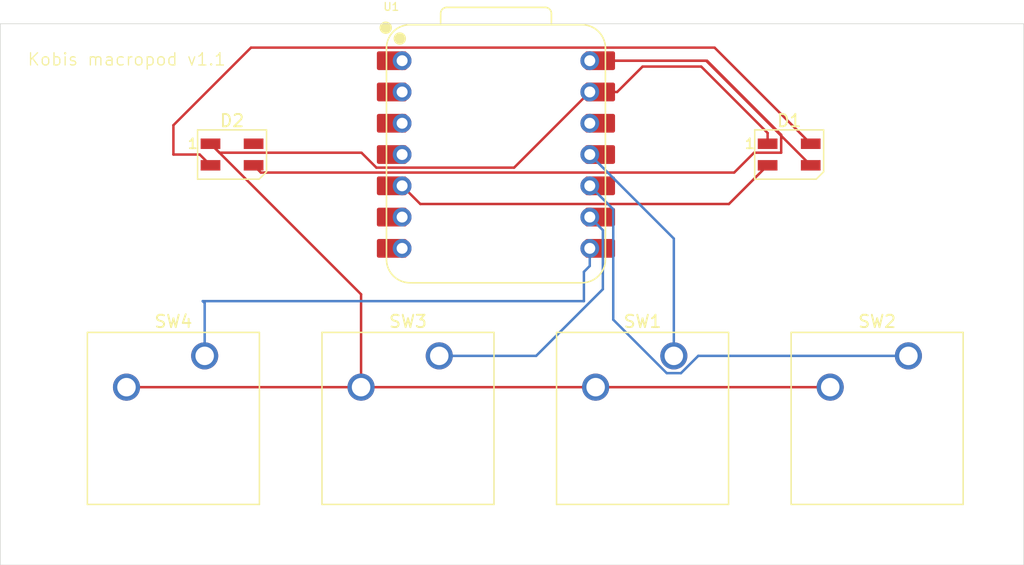
<source format=kicad_pcb>
(kicad_pcb (version 20241229) (generator "pcbnew") (generator_version "9.0")
  (layers (0 "F.Cu" signal) (2 "B.Cu" signal) (13 "F.Paste" user) (15 "B.Paste" user) (5 "F.SilkS" user "F.Silkscreen") (7 "B.SilkS" user "B.Silkscreen") (1 "F.Mask" user) (3 "B.Mask" user) (25 "Edge.Cuts" user))
  (net 0 "")
  (net 1 "GND")
  (net 2 "Net-(D1-DOUT)")
  (net 3 "Net-(D1-DIN)")
  (net 4 "+5V")
  (net 6 "Net-(U1-GPIO3{slash}MOSI)")
  (net 7 "Net-(U1-GPIO4{slash}MISO)")
  (net 8 "Net-(U1-GPIO2{slash}SCK)")
  (net 9 "Net-(U1-GPIO1{slash}RX)")
  (footprint "Button_Switch_Keyboard:SW_Cherry_MX_1.00u_PCB" (layer "F.Cu") (at 93.0275 75.8825)
    (property "Reference" "SW3" (at -2.54 -2.794 0) (layer "F.SilkS"))
    (property "Value" "SW_Push")
    (fp_line (start -9.525 -1.905) (end 4.445 -1.905) (stroke (width 0.12)) (layer "F.SilkS"))
    (fp_line (start -9.525 12.065) (end -9.525 -1.905) (stroke (width 0.12)) (layer "F.SilkS"))
    (fp_line (start 4.445 -1.905) (end 4.445 12.065) (stroke (width 0.12)) (layer "F.SilkS"))
    (fp_line (start 4.445 12.065) (end -9.525 12.065) (stroke (width 0.12)) (layer "F.SilkS"))
    (pad "" np_thru_hole circle (at -7.62 5.08) (size 1.7 1.7) (drill 1.7) (layers "*.Cu" "*.Mask"))
    (pad "" np_thru_hole circle (at -2.54 5.08) (size 4 4) (drill 4) (layers "*.Cu" "*.Mask"))
    (pad "" np_thru_hole circle (at 2.54 5.08) (size 1.7 1.7) (drill 1.7) (layers "*.Cu" "*.Mask"))
    (pad "1" thru_hole circle (at 0 0) (size 2.2 2.2) (drill 1.5) (layers "*.Cu" "*.Mask") (net 8 "Net-(U1-GPIO2{slash}SCK)"))
    (pad "2" thru_hole circle (at -6.35 2.54) (size 2.2 2.2) (drill 1.5) (layers "*.Cu" "*.Mask") (net 1 "GND"))
  )
  (footprint "LED_SMD:LED_SK6812MINI_PLCC4_3.5x3.5mm_P1.75mm" (layer "F.Cu") (at 76.2 59.53125)
    (property "Reference" "D2" (at 0 -2.75 0) (layer "F.SilkS"))
    (property "Value" "SK6812")
    (fp_line (start -2.8 -2) (end -2.8 2) (stroke (width 0.12)) (layer "F.SilkS"))
    (fp_line (start -2.8 -2) (end 2.8 -2) (stroke (width 0.12)) (layer "F.SilkS"))
    (fp_line (start -2.8 2) (end 2.2 2) (stroke (width 0.12)) (layer "F.SilkS"))
    (fp_line (start 2.8 1.4) (end 2.2 2) (stroke (width 0.12)) (layer "F.SilkS"))
    (fp_line (start 2.8 1.4) (end 2.8 -2) (stroke (width 0.12)) (layer "F.SilkS"))
    (fp_text user "1" (at -3.2 -0.875 0) (layer "F.SilkS") (effects (font (size 0.8 0.8))))
    (pad "1" smd rect (at -1.75 -0.875) (size 1.6 0.85) (layers "F.Cu" "F.Mask" "F.Paste") (net 1 "GND"))
    (pad "2" smd rect (at -1.75 0.875) (size 1.6 0.85) (layers "F.Cu" "F.Mask" "F.Paste") (net 2 "Net-(D1-DOUT)"))
    (pad "3" smd rect (at 1.75 0.875) (size 1.6 0.85) (layers "F.Cu" "F.Mask" "F.Paste") (net 4 "+5V"))
    (pad "4" smd rect (at 1.75 -0.875) (size 1.6 0.85) (layers "F.Cu" "F.Mask" "F.Paste"))
  )
  (footprint "Button_Switch_Keyboard:SW_Cherry_MX_1.00u_PCB" (layer "F.Cu") (at 112.0775 75.8825)
    (property "Reference" "SW1" (at -2.54 -2.794 0) (layer "F.SilkS"))
    (property "Value" "SW_Push")
    (fp_line (start -9.525 -1.905) (end 4.445 -1.905) (stroke (width 0.12)) (layer "F.SilkS"))
    (fp_line (start -9.525 12.065) (end -9.525 -1.905) (stroke (width 0.12)) (layer "F.SilkS"))
    (fp_line (start 4.445 -1.905) (end 4.445 12.065) (stroke (width 0.12)) (layer "F.SilkS"))
    (fp_line (start 4.445 12.065) (end -9.525 12.065) (stroke (width 0.12)) (layer "F.SilkS"))
    (pad "" np_thru_hole circle (at -7.62 5.08) (size 1.7 1.7) (drill 1.7) (layers "*.Cu" "*.Mask"))
    (pad "" np_thru_hole circle (at -2.54 5.08) (size 4 4) (drill 4) (layers "*.Cu" "*.Mask"))
    (pad "" np_thru_hole circle (at 2.54 5.08) (size 1.7 1.7) (drill 1.7) (layers "*.Cu" "*.Mask"))
    (pad "1" thru_hole circle (at 0 0) (size 2.2 2.2) (drill 1.5) (layers "*.Cu" "*.Mask") (net 6 "Net-(U1-GPIO3{slash}MOSI)"))
    (pad "2" thru_hole circle (at -6.35 2.54) (size 2.2 2.2) (drill 1.5) (layers "*.Cu" "*.Mask") (net 1 "GND"))
  )
  (footprint "Button_Switch_Keyboard:SW_Cherry_MX_1.00u_PCB" (layer "F.Cu") (at 73.9775 75.8825)
    (property "Reference" "SW4" (at -2.54 -2.794 0) (layer "F.SilkS"))
    (property "Value" "SW_Push")
    (fp_line (start -9.525 -1.905) (end 4.445 -1.905) (stroke (width 0.12)) (layer "F.SilkS"))
    (fp_line (start -9.525 12.065) (end -9.525 -1.905) (stroke (width 0.12)) (layer "F.SilkS"))
    (fp_line (start 4.445 -1.905) (end 4.445 12.065) (stroke (width 0.12)) (layer "F.SilkS"))
    (fp_line (start 4.445 12.065) (end -9.525 12.065) (stroke (width 0.12)) (layer "F.SilkS"))
    (pad "" np_thru_hole circle (at -7.62 5.08) (size 1.7 1.7) (drill 1.7) (layers "*.Cu" "*.Mask"))
    (pad "" np_thru_hole circle (at -2.54 5.08) (size 4 4) (drill 4) (layers "*.Cu" "*.Mask"))
    (pad "" np_thru_hole circle (at 2.54 5.08) (size 1.7 1.7) (drill 1.7) (layers "*.Cu" "*.Mask"))
    (pad "1" thru_hole circle (at 0 0) (size 2.2 2.2) (drill 1.5) (layers "*.Cu" "*.Mask") (net 9 "Net-(U1-GPIO1{slash}RX)"))
    (pad "2" thru_hole circle (at -6.35 2.54) (size 2.2 2.2) (drill 1.5) (layers "*.Cu" "*.Mask") (net 1 "GND"))
  )
  (footprint "Button_Switch_Keyboard:SW_Cherry_MX_1.00u_PCB" (layer "F.Cu") (at 131.1275 75.8825)
    (property "Reference" "SW2" (at -2.54 -2.794 0) (layer "F.SilkS"))
    (property "Value" "SW_Push")
    (fp_line (start -9.525 -1.905) (end 4.445 -1.905) (stroke (width 0.12)) (layer "F.SilkS"))
    (fp_line (start -9.525 12.065) (end -9.525 -1.905) (stroke (width 0.12)) (layer "F.SilkS"))
    (fp_line (start 4.445 -1.905) (end 4.445 12.065) (stroke (width 0.12)) (layer "F.SilkS"))
    (fp_line (start 4.445 12.065) (end -9.525 12.065) (stroke (width 0.12)) (layer "F.SilkS"))
    (pad "" np_thru_hole circle (at -7.62 5.08) (size 1.7 1.7) (drill 1.7) (layers "*.Cu" "*.Mask"))
    (pad "" np_thru_hole circle (at -2.54 5.08) (size 4 4) (drill 4) (layers "*.Cu" "*.Mask"))
    (pad "" np_thru_hole circle (at 2.54 5.08) (size 1.7 1.7) (drill 1.7) (layers "*.Cu" "*.Mask"))
    (pad "1" thru_hole circle (at 0 0) (size 2.2 2.2) (drill 1.5) (layers "*.Cu" "*.Mask") (net 7 "Net-(U1-GPIO4{slash}MISO)"))
    (pad "2" thru_hole circle (at -6.35 2.54) (size 2.2 2.2) (drill 1.5) (layers "*.Cu" "*.Mask") (net 1 "GND"))
  )
  (footprint "macropad:XIAO-RP2040-DIP" (layer "F.Cu") (at 97.63125 59.53125)
    (property "Reference" "U1" (at -8.5 -12 0) (layer "F.SilkS") (effects (font (size 0.635 0.635) (thickness 0.1016))))
    (property "Value" "XIAO-RP2040-DIP")
    (fp_line (start -8.89 8.509) (end -8.89 -8.636) (stroke (width 0.127)) (layer "F.SilkS"))
    (fp_line (start -6.985 10.414) (end 6.985 10.414) (stroke (width 0.127)) (layer "F.SilkS"))
    (fp_line (start -4.495 -10.541) (end -4.491272 -11.451272) (stroke (width 0.127)) (layer "F.SilkS"))
    (fp_line (start -3.991272 -11.951) (end 4.004 -11.951) (stroke (width 0.127)) (layer "F.SilkS"))
    (fp_line (start 4.504 -11.451) (end 4.504 -10.541) (stroke (width 0.127)) (layer "F.SilkS"))
    (fp_line (start 6.985 -10.541) (end -6.985 -10.541) (stroke (width 0.1)) (layer "F.SilkS"))
    (fp_line (start 6.985 -10.541) (end -6.985 -10.541) (stroke (width 0.127)) (layer "F.SilkS"))
    (fp_line (start 8.89 8.509) (end 8.89 -8.636) (stroke (width 0.127)) (layer "F.SilkS"))
    (fp_arc (start -8.89 -8.636) (mid -8.332038 -9.983038) (end -6.985 -10.541) (stroke (width 0.127)) (layer "F.SilkS"))
    (fp_arc (start -6.985 10.414) (mid -8.332038 9.856038) (end -8.89 8.509) (stroke (width 0.127)) (layer "F.SilkS"))
    (fp_arc (start -4.491272 -11.451272) (mid -4.344728 -11.80464) (end -3.991272 -11.951) (stroke (width 0.127)) (layer "F.SilkS"))
    (fp_arc (start 4.004 -11.951) (mid 4.357553 -11.804553) (end 4.504 -11.451) (stroke (width 0.127)) (layer "F.SilkS"))
    (fp_arc (start 6.985 -10.541) (mid 8.332038 -9.983038) (end 8.89 -8.636) (stroke (width 0.127)) (layer "F.SilkS"))
    (fp_arc (start 8.89 8.509) (mid 8.332038 9.856038) (end 6.985 10.414) (stroke (width 0.127)) (layer "F.SilkS"))
    (fp_circle (center -8.95 -10.3) (end -8.95 -10.554) (stroke (width 0.5)) (fill yes) (layer "F.SilkS"))
    (fp_circle (center -7.807 -9.42) (end -7.807 -9.674) (stroke (width 0.5)) (fill yes) (layer "F.SilkS"))
    (pad "1" smd roundrect (at -8.455 -7.62 180) (size 2.432 1.524) (layers "F.Cu" "F.Mask") (roundrect_rratio 0.1))
    (pad "1" thru_hole circle (at -7.62 -7.62 180) (size 1.524 1.524) (drill 0.889) (layers "*.Cu" "*.Mask"))
    (pad "2" smd roundrect (at -8.455 -5.08 180) (size 2.432 1.524) (layers "F.Cu" "F.Mask") (roundrect_rratio 0.1))
    (pad "2" thru_hole circle (at -7.62 -5.08 180) (size 1.524 1.524) (drill 0.889) (layers "*.Cu" "*.Mask"))
    (pad "3" smd roundrect (at -8.455 -2.54 180) (size 2.432 1.524) (layers "F.Cu" "F.Mask") (roundrect_rratio 0.1))
    (pad "3" thru_hole circle (at -7.62 -2.54 180) (size 1.524 1.524) (drill 0.889) (layers "*.Cu" "*.Mask"))
    (pad "4" smd roundrect (at -8.455 0 180) (size 2.432 1.524) (layers "F.Cu" "F.Mask") (roundrect_rratio 0.1))
    (pad "4" thru_hole circle (at -7.62 0 180) (size 1.524 1.524) (drill 0.889) (layers "*.Cu" "*.Mask"))
    (pad "5" smd roundrect (at -8.455 2.54 180) (size 2.432 1.524) (layers "F.Cu" "F.Mask") (roundrect_rratio 0.1) (net 3 "Net-(D1-DIN)"))
    (pad "5" thru_hole circle (at -7.62 2.54 180) (size 1.524 1.524) (drill 0.889) (layers "*.Cu" "*.Mask") (net 3 "Net-(D1-DIN)"))
    (pad "6" smd roundrect (at -8.455 5.08 180) (size 2.432 1.524) (layers "F.Cu" "F.Mask") (roundrect_rratio 0.1))
    (pad "6" thru_hole circle (at -7.62 5.08 180) (size 1.524 1.524) (drill 0.889) (layers "*.Cu" "*.Mask"))
    (pad "7" smd roundrect (at -8.455 7.62 180) (size 2.432 1.524) (layers "F.Cu" "F.Mask") (roundrect_rratio 0.1))
    (pad "7" thru_hole circle (at -7.62 7.62 180) (size 1.524 1.524) (drill 0.889) (layers "*.Cu" "*.Mask"))
    (pad "8" thru_hole circle (at 7.62 7.62) (size 1.524 1.524) (drill 0.889) (layers "*.Cu" "*.Mask") (net 9 "Net-(U1-GPIO1{slash}RX)"))
    (pad "8" smd roundrect (at 8.455 7.62) (size 2.432 1.524) (layers "F.Cu" "F.Mask") (roundrect_rratio 0.1) (net 9 "Net-(U1-GPIO1{slash}RX)"))
    (pad "9" thru_hole circle (at 7.62 5.08) (size 1.524 1.524) (drill 0.889) (layers "*.Cu" "*.Mask") (net 8 "Net-(U1-GPIO2{slash}SCK)"))
    (pad "9" smd roundrect (at 8.455 5.08) (size 2.432 1.524) (layers "F.Cu" "F.Mask") (roundrect_rratio 0.1) (net 8 "Net-(U1-GPIO2{slash}SCK)"))
    (pad "10" thru_hole circle (at 7.62 2.54) (size 1.524 1.524) (drill 0.889) (layers "*.Cu" "*.Mask") (net 7 "Net-(U1-GPIO4{slash}MISO)"))
    (pad "10" smd roundrect (at 8.455 2.54) (size 2.432 1.524) (layers "F.Cu" "F.Mask") (roundrect_rratio 0.1) (net 7 "Net-(U1-GPIO4{slash}MISO)"))
    (pad "11" thru_hole circle (at 7.62 0) (size 1.524 1.524) (drill 0.889) (layers "*.Cu" "*.Mask") (net 6 "Net-(U1-GPIO3{slash}MOSI)"))
    (pad "11" smd roundrect (at 8.455 0) (size 2.432 1.524) (layers "F.Cu" "F.Mask") (roundrect_rratio 0.1) (net 6 "Net-(U1-GPIO3{slash}MOSI)"))
    (pad "12" thru_hole circle (at 7.62 -2.54) (size 1.524 1.524) (drill 0.889) (layers "*.Cu" "*.Mask"))
    (pad "12" smd roundrect (at 8.455 -2.54) (size 2.432 1.524) (layers "F.Cu" "F.Mask") (roundrect_rratio 0.1))
    (pad "13" thru_hole circle (at 7.62 -5.08) (size 1.524 1.524) (drill 0.889) (layers "*.Cu" "*.Mask") (net 1 "GND"))
    (pad "13" smd roundrect (at 8.455 -5.08) (size 2.432 1.524) (layers "F.Cu" "F.Mask") (roundrect_rratio 0.1) (net 1 "GND"))
    (pad "14" thru_hole circle (at 7.62 -7.62) (size 1.524 1.524) (drill 0.889) (layers "*.Cu" "*.Mask") (net 4 "+5V"))
    (pad "14" smd roundrect (at 8.455 -7.62) (size 2.432 1.524) (layers "F.Cu" "F.Mask") (roundrect_rratio 0.1) (net 4 "+5V"))
  )
  (footprint "LED_SMD:LED_SK6812MINI_PLCC4_3.5x3.5mm_P1.75mm" (layer "F.Cu") (at 121.44375 59.53125)
    (property "Reference" "D1" (at 0 -2.75 0) (layer "F.SilkS"))
    (property "Value" "SK6812")
    (fp_line (start -2.8 -2) (end -2.8 2) (stroke (width 0.12)) (layer "F.SilkS"))
    (fp_line (start -2.8 -2) (end 2.8 -2) (stroke (width 0.12)) (layer "F.SilkS"))
    (fp_line (start -2.8 2) (end 2.2 2) (stroke (width 0.12)) (layer "F.SilkS"))
    (fp_line (start 2.8 1.4) (end 2.2 2) (stroke (width 0.12)) (layer "F.SilkS"))
    (fp_line (start 2.8 1.4) (end 2.8 -2) (stroke (width 0.12)) (layer "F.SilkS"))
    (fp_text user "1" (at -3.2 -0.875 0) (layer "F.SilkS") (effects (font (size 0.8 0.8))))
    (pad "1" smd rect (at -1.75 -0.875) (size 1.6 0.85) (layers "F.Cu" "F.Mask" "F.Paste") (net 1 "GND"))
    (pad "2" smd rect (at -1.75 0.875) (size 1.6 0.85) (layers "F.Cu" "F.Mask" "F.Paste") (net 3 "Net-(D1-DIN)"))
    (pad "3" smd rect (at 1.75 0.875) (size 1.6 0.85) (layers "F.Cu" "F.Mask" "F.Paste") (net 4 "+5V"))
    (pad "4" smd rect (at 1.75 -0.875) (size 1.6 0.85) (layers "F.Cu" "F.Mask" "F.Paste") (net 2 "Net-(D1-DOUT)"))
  )
  (gr_rect (start 57.38 48.91) (end 140.49375 92.86875) (stroke (width 0.05)) (fill no) (layer "Edge.Cuts"))
  (gr_text "Kobis macropod v1.1" (at 59.53125 52.3875 0) (layer "F.SilkS") (effects (font (size 1 1) (thickness 0.1)) (justify left bottom)))
  (segment (start 75.176 59.38225) (end 86.708624 59.38225) (width 0.2) (layer "F.Cu") (net 1))
  (segment (start 86.6775 78.4225) (end 86.6775 70.88375) (width 0.2) (layer "F.Cu") (net 1))
  (segment (start 74.45 58.65625) (end 75.176 59.38225) (width 0.2) (layer "F.Cu") (net 1))
  (segment (start 86.6775 78.4225) (end 105.7275 78.4225) (width 0.2) (layer "F.Cu") (net 1))
  (segment (start 119.69375 57.78125) (end 114.3 52.3875) (width 0.2) (layer "F.Cu") (net 1))
  (segment (start 99.10825 60.59425) (end 105.25125 54.45125) (width 0.2) (layer "F.Cu") (net 1))
  (segment (start 105.7275 78.4225) (end 124.7775 78.4225) (width 0.2) (layer "F.Cu") (net 1))
  (segment (start 107.47375 54.45125) (end 106.08625 54.45125) (width 0.2) (layer "F.Cu") (net 1))
  (segment (start 86.708624 59.38225) (end 87.920624 60.59425) (width 0.2) (layer "F.Cu") (net 1))
  (segment (start 119.69375 58.65625) (end 119.69375 57.78125) (width 0.2) (layer "F.Cu") (net 1))
  (segment (start 109.5375 52.3875) (end 107.47375 54.45125) (width 0.2) (layer "F.Cu") (net 1))
  (segment (start 67.6275 78.4225) (end 86.6775 78.4225) (width 0.2) (layer "F.Cu") (net 1))
  (segment (start 86.6775 70.88375) (end 74.45 58.65625) (width 0.2) (layer "F.Cu") (net 1))
  (segment (start 87.920624 60.59425) (end 99.10825 60.59425) (width 0.2) (layer "F.Cu") (net 1))
  (segment (start 114.3 52.3875) (end 109.5375 52.3875) (width 0.2) (layer "F.Cu") (net 1))
  (segment (start 77.73925 50.84825) (end 71.4375 57.15) (width 0.2) (layer "F.Cu") (net 2))
  (segment (start 71.4375 59.53125) (end 73.575 59.53125) (width 0.2) (layer "F.Cu") (net 2))
  (segment (start 123.19375 58.65625) (end 115.38575 50.84825) (width 0.2) (layer "F.Cu") (net 2))
  (segment (start 71.4375 57.15) (end 71.4375 59.53125) (width 0.2) (layer "F.Cu") (net 2))
  (segment (start 115.38575 50.84825) (end 77.73925 50.84825) (width 0.2) (layer "F.Cu") (net 2))
  (segment (start 73.575 59.53125) (end 74.45 60.40625) (width 0.2) (layer "F.Cu") (net 2))
  (segment (start 119.69375 60.40625) (end 116.55175 63.54825) (width 0.2) (layer "F.Cu") (net 3))
  (segment (start 116.55175 63.54825) (end 91.48825 63.54825) (width 0.2) (layer "F.Cu") (net 3))
  (segment (start 91.48825 63.54825) (end 90.01125 62.07125) (width 0.2) (layer "F.Cu") (net 3))
  (segment (start 78.539 60.99525) (end 116.97975 60.99525) (width 0.2) (layer "F.Cu") (net 4))
  (segment (start 123.19375 60.40625) (end 114.69875 51.91125) (width 0.2) (layer "F.Cu") (net 4))
  (segment (start 114.77575 51.91125) (end 105.25125 51.91125) (width 0.2) (layer "F.Cu") (net 4))
  (segment (start 77.95 60.40625) (end 78.539 60.99525) (width 0.2) (layer "F.Cu") (net 4))
  (segment (start 118.59275 59.38225) (end 120.79475 59.38225) (width 0.2) (layer "F.Cu") (net 4))
  (segment (start 116.97975 60.99525) (end 118.59275 59.38225) (width 0.2) (layer "F.Cu") (net 4))
  (segment (start 120.79475 59.38225) (end 120.79475 57.93025) (width 0.2) (layer "F.Cu") (net 4))
  (segment (start 114.69875 51.91125) (end 106.08625 51.91125) (width 0.2) (layer "F.Cu") (net 4))
  (segment (start 120.79475 57.93025) (end 114.77575 51.91125) (width 0.2) (layer "F.Cu") (net 4))
  (segment (start 112.0775 75.8825) (end 112.0775 66.3575) (width 0.2) (layer "B.Cu") (net 6))
  (segment (start 112.0775 66.3575) (end 105.25125 59.53125) (width 0.2) (layer "B.Cu") (net 6))
  (segment (start 111.497186 77.2835) (end 107.15625 72.942564) (width 0.2) (layer "B.Cu") (net 7))
  (segment (start 107.15625 72.942564) (end 107.15625 63.97625) (width 0.2) (layer "B.Cu") (net 7))
  (segment (start 131.1275 75.8825) (end 114.058814 75.8825) (width 0.2) (layer "B.Cu") (net 7))
  (segment (start 114.058814 75.8825) (end 112.657814 77.2835) (width 0.2) (layer "B.Cu") (net 7))
  (segment (start 112.657814 77.2835) (end 111.497186 77.2835) (width 0.2) (layer "B.Cu") (net 7))
  (segment (start 107.15625 63.97625) (end 105.25125 62.07125) (width 0.2) (layer "B.Cu") (net 7))
  (segment (start 106.31425 65.67425) (end 105.25125 64.61125) (width 0.2) (layer "B.Cu") (net 8))
  (segment (start 100.8971 75.8825) (end 106.31425 70.46535) (width 0.2) (layer "B.Cu") (net 8))
  (segment (start 106.31425 70.46535) (end 106.31425 65.67425) (width 0.2) (layer "B.Cu") (net 8))
  (segment (start 93.0275 75.8825) (end 100.8971 75.8825) (width 0.2) (layer "B.Cu") (net 8))
  (segment (start 104.775 71.4375) (end 104.775 69.05625) (width 0.2) (layer "B.Cu") (net 9))
  (segment (start 73.9775 71.59625) (end 73.81875 71.4375) (width 0.2) (layer "B.Cu") (net 9))
  (segment (start 73.9775 75.8825) (end 73.9775 71.59625) (width 0.2) (layer "B.Cu") (net 9))
  (segment (start 104.775 69.05625) (end 105.25125 68.58) (width 0.2) (layer "B.Cu") (net 9))
  (segment (start 73.81875 71.4375) (end 104.775 71.4375) (width 0.2) (layer "B.Cu") (net 9))
  (segment (start 105.25125 68.58) (end 105.25125 67.15125) (width 0.2) (layer "B.Cu") (net 9))
)
</source>
